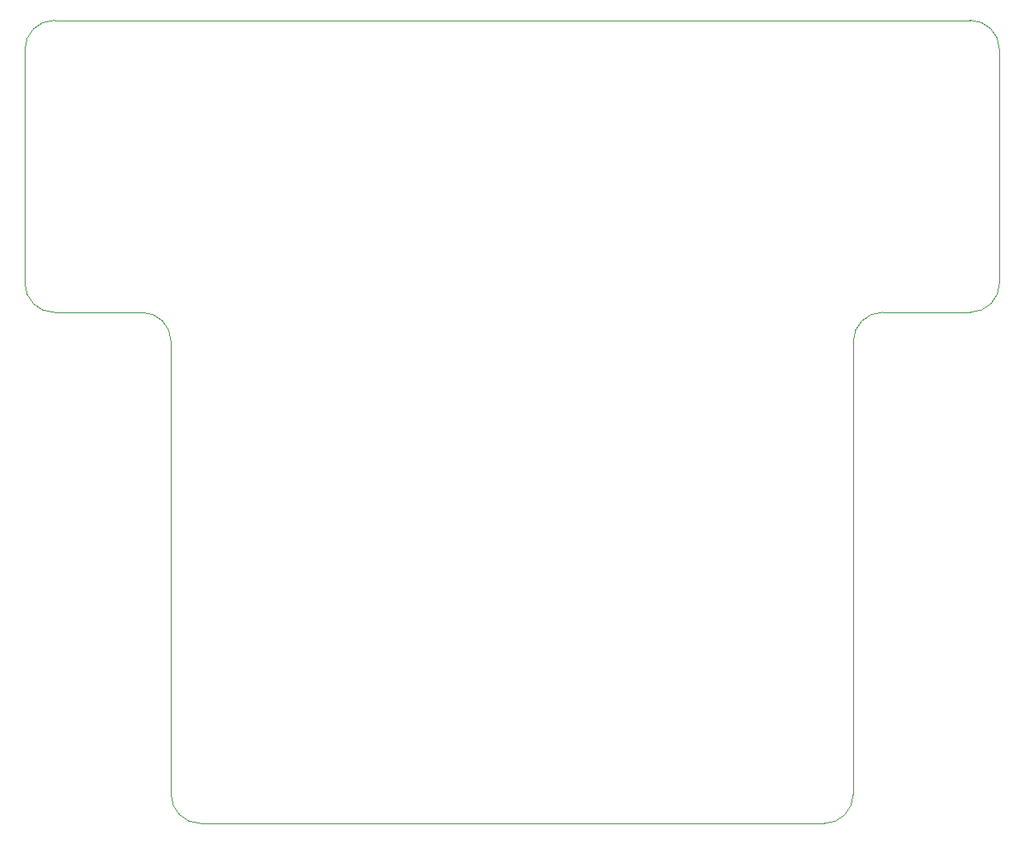
<source format=gbr>
G04 #@! TF.FileFunction,Profile,NP*
%FSLAX46Y46*%
G04 Gerber Fmt 4.6, Leading zero omitted, Abs format (unit mm)*
G04 Created by KiCad (PCBNEW 4.0.7-e2-6376~58~ubuntu17.04.1) date Mon Dec 11 10:41:26 2017*
%MOMM*%
%LPD*%
G01*
G04 APERTURE LIST*
%ADD10C,0.100000*%
G04 APERTURE END LIST*
D10*
X15000000Y-79500000D02*
G75*
G03X18000000Y-82500000I3000000J0D01*
G01*
X0Y-27000000D02*
G75*
G03X3000000Y-30000000I3000000J0D01*
G01*
X15000000Y-33000000D02*
G75*
G03X12000000Y-30000000I-3000000J0D01*
G01*
X82000000Y-82500000D02*
G75*
G03X85000000Y-79500000I0J3000000D01*
G01*
X88000000Y-30000000D02*
G75*
G03X85000000Y-33000000I0J-3000000D01*
G01*
X97000000Y-30000000D02*
G75*
G03X100000000Y-27000000I0J3000000D01*
G01*
X100000000Y-3000000D02*
G75*
G03X97000000Y0I-3000000J0D01*
G01*
X3000000Y0D02*
G75*
G03X0Y-3000000I0J-3000000D01*
G01*
X100000000Y-3000000D02*
X100000000Y-27000000D01*
X0Y-3000000D02*
X0Y-27000000D01*
X88000000Y-30000000D02*
X97000000Y-30000000D01*
X3000000Y-30000000D02*
X12000000Y-30000000D01*
X15000000Y-33000000D02*
X15000000Y-79500000D01*
X18000000Y-82500000D02*
X82000000Y-82500000D01*
X85000000Y-33000000D02*
X85000000Y-79500000D01*
X3000000Y0D02*
X97000000Y0D01*
M02*

</source>
